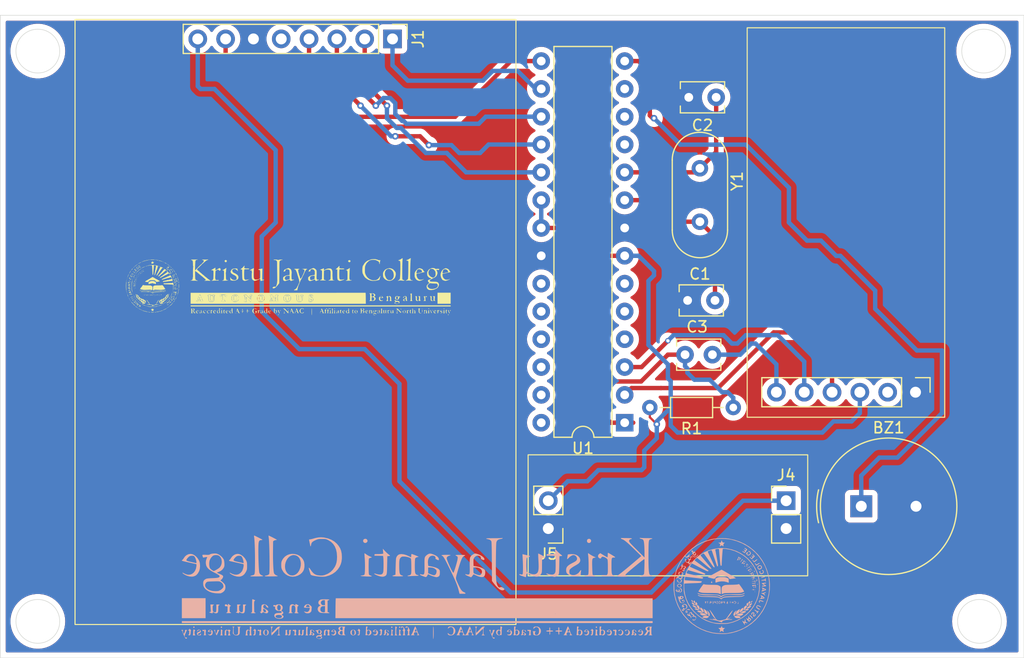
<source format=kicad_pcb>
(kicad_pcb (version 20240108) (generator "pcbnew") (generator_version "8.0")
  (layers (0 "F.Cu" signal) (31 "B.Cu" signal) (34 "B.Paste" user) (35 "F.Paste" user) (36 "B.SilkS" user "B.Silkscreen") (37 "F.SilkS" user "F.Silkscreen") (38 "B.Mask" user) (39 "F.Mask" user) (44 "Edge.Cuts" user))
  (net 0 "")
  (net 1 "GND")
  (net 2 "Net-(BZ1-+)")
  (net 3 "Net-(U1-XTAL1{slash}PB6)")
  (net 4 "Net-(U1-XTAL2{slash}PB7)")
  (net 5 "Net-(J2-Pin_6)")
  (net 6 "/RST")
  (net 7 "/MF-MOSI")
  (net 9 "+3.3V")
  (net 10 "/MF-SCK")
  (net 11 "/MF-RST")
  (net 12 "/MF-MISO")
  (net 13 "/MF-SDA")
  (net 15 "/Tx")
  (net 16 "/Rx")
  (net 17 "VCC")
  (footprint "Crystal:Crystal_HC49-4H_Vertical" (layer "F.Cu") (at 149.479 65.913 -90)
    (property "Reference" "Y1" (at 1.17 -3.398 90) (layer "F.SilkS"))
    (property "Value" "16MHz")
    (pad "1" thru_hole circle (at 0 0 270) (size 1.5 1.5) (drill 0.8) (layers "*.Cu" "*.Mask") (net 4 "Net-(U1-XTAL2{slash}PB7)"))
    (pad "2" thru_hole circle (at 4.88 0 270) (size 1.5 1.5) (drill 0.8) (layers "*.Cu" "*.Mask") (net 3 "Net-(U1-XTAL1{slash}PB6)"))
  )
  (footprint "Buzzer_Beeper:Buzzer_TDK_PS1240P02BT_D12.2mm_H6.5mm" (layer "F.Cu") (at 164.211 96.774)
    (property "Reference" "BZ1" (at 2.5 -7.17 0) (layer "F.SilkS"))
    (property "Value" "Buzzer")
    (pad "1" thru_hole rect (at 0 0) (size 2 2) (drill 1) (layers "*.Cu" "*.Mask") (net 2 "Net-(BZ1-+)"))
    (pad "2" thru_hole circle (at 5 0) (size 2 2) (drill 1) (layers "*.Cu" "*.Mask") (net 1 "GND"))
  )
  (footprint "Connector_PinHeader_2.54mm:PinHeader_1x08_P2.54mm_Vertical" (layer "F.Cu") (at 121.412 54.102 -90)
    (property "Reference" "J1" (at 0 -2.33 90) (layer "F.SilkS"))
    (property "Value" "MFRC522")
    (pad "1" thru_hole rect (at 0 0 270) (size 1.7 1.7) (drill 1) (layers "*.Cu" "*.Mask") (net 13 "/MF-SDA"))
    (pad "2" thru_hole oval (at 0 2.54 270) (size 1.7 1.7) (drill 1) (layers "*.Cu" "*.Mask") (net 10 "/MF-SCK"))
    (pad "3" thru_hole oval (at 0 5.08 270) (size 1.7 1.7) (drill 1) (layers "*.Cu" "*.Mask") (net 7 "/MF-MOSI"))
    (pad "4" thru_hole oval (at 0 7.62 270) (size 1.7 1.7) (drill 1) (layers "*.Cu" "*.Mask") (net 12 "/MF-MISO"))
    (pad "5" thru_hole oval (at 0 10.16 270) (size 1.7 1.7) (drill 1) (layers "*.Cu" "*.Mask"))
    (pad "6" thru_hole oval (at 0 12.7 270) (size 1.7 1.7) (drill 1) (layers "*.Cu" "*.Mask") (net 1 "GND"))
    (pad "7" thru_hole oval (at 0 15.24 270) (size 1.7 1.7) (drill 1) (layers "*.Cu" "*.Mask") (net 11 "/MF-RST"))
    (pad "8" thru_hole oval (at 0 17.78 270) (size 1.7 1.7) (drill 1) (layers "*.Cu" "*.Mask") (net 9 "+3.3V"))
  )
  (footprint "Package_DIP:DIP-28_W7.62mm" (layer "F.Cu") (at 142.611 89.144 180)
    (property "Reference" "U1" (at 3.81 -2.33 0) (layer "F.SilkS"))
    (property "Value" "ATmega328-P")
    (pad "1" thru_hole rect (at 0 0 180) (size 1.6 1.6) (drill 0.8) (layers "*.Cu" "*.Mask") (net 6 "/RST"))
    (pad "2" thru_hole oval (at 0 2.54 180) (size 1.6 1.6) (drill 0.8) (layers "*.Cu" "*.Mask") (net 16 "/Rx"))
    (pad "3" thru_hole oval (at 0 5.08 180) (size 1.6 1.6) (drill 0.8) (layers "*.Cu" "*.Mask") (net 15 "/Tx"))
    (pad "4" thru_hole oval (at 0 7.62 180) (size 1.6 1.6) (drill 0.8) (layers "*.Cu" "*.Mask"))
    (pad "5" thru_hole oval (at 0 10.16 180) (size 1.6 1.6) (drill 0.8) (layers "*.Cu" "*.Mask"))
    (pad "6" thru_hole oval (at 0 12.7 180) (size 1.6 1.6) (drill 0.8) (layers "*.Cu" "*.Mask"))
    (pad "7" thru_hole oval (at 0 15.24 180) (size 1.6 1.6) (drill 0.8) (layers "*.Cu" "*.Mask") (net 17 "VCC"))
    (pad "8" thru_hole oval (at 0 17.78 180) (size 1.6 1.6) (drill 0.8) (layers "*.Cu" "*.Mask") (net 1 "GND"))
    (pad "9" thru_hole oval (at 0 20.32 180) (size 1.6 1.6) (drill 0.8) (layers "*.Cu" "*.Mask") (net 3 "Net-(U1-XTAL1{slash}PB6)"))
    (pad "10" thru_hole oval (at 0 22.86 180) (size 1.6 1.6) (drill 0.8) (layers "*.Cu" "*.Mask") (net 4 "Net-(U1-XTAL2{slash}PB7)"))
    (pad "11" thru_hole oval (at 0 25.4 180) (size 1.6 1.6) (drill 0.8) (layers "*.Cu" "*.Mask"))
    (pad "12" thru_hole oval (at 0 27.94 180) (size 1.6 1.6) (drill 0.8) (layers "*.Cu" "*.Mask"))
    (pad "13" thru_hole oval (at 0 30.48 180) (size 1.6 1.6) (drill 0.8) (layers "*.Cu" "*.Mask"))
    (pad "14" thru_hole oval (at 0 33.02 180) (size 1.6 1.6) (drill 0.8) (layers "*.Cu" "*.Mask") (net 2 "Net-(BZ1-+)"))
    (pad "15" thru_hole oval (at 7.62 33.02 180) (size 1.6 1.6) (drill 0.8) (layers "*.Cu" "*.Mask") (net 11 "/MF-RST"))
    (pad "16" thru_hole oval (at 7.62 30.48 180) (size 1.6 1.6) (drill 0.8) (layers "*.Cu" "*.Mask") (net 13 "/MF-SDA"))
    (pad "17" thru_hole oval (at 7.62 27.94 180) (size 1.6 1.6) (drill 0.8) (layers "*.Cu" "*.Mask") (net 7 "/MF-MOSI"))
    (pad "18" thru_hole oval (at 7.62 25.4 180) (size 1.6 1.6) (drill 0.8) (layers "*.Cu" "*.Mask") (net 12 "/MF-MISO"))
    (pad "19" thru_hole oval (at 7.62 22.86 180) (size 1.6 1.6) (drill 0.8) (layers "*.Cu" "*.Mask") (net 10 "/MF-SCK"))
    (pad "20" thru_hole oval (at 7.62 20.32 180) (size 1.6 1.6) (drill 0.8) (layers "*.Cu" "*.Mask") (net 17 "VCC"))
    (pad "21" thru_hole oval (at 7.62 17.78 180) (size 1.6 1.6) (drill 0.8) (layers "*.Cu" "*.Mask") (net 17 "VCC"))
    (pad "22" thru_hole oval (at 7.62 15.24 180) (size 1.6 1.6) (drill 0.8) (layers "*.Cu" "*.Mask") (net 1 "GND"))
    (pad "23" thru_hole oval (at 7.62 12.7 180) (size 1.6 1.6) (drill 0.8) (layers "*.Cu" "*.Mask"))
    (pad "24" thru_hole oval (at 7.62 10.16 180) (size 1.6 1.6) (drill 0.8) (layers "*.Cu" "*.Mask"))
    (pad "25" thru_hole oval (at 7.62 7.62 180) (size 1.6 1.6) (drill 0.8) (layers "*.Cu" "*.Mask"))
    (pad "26" thru_hole oval (at 7.62 5.08 180) (size 1.6 1.6) (drill 0.8) (layers "*.Cu" "*.Mask"))
    (pad "27" thru_hole oval (at 7.62 2.54 180) (size 1.6 1.6) (drill 0.8) (layers "*.Cu" "*.Mask"))
    (pad "28" thru_hole oval (at 7.62 0 180) (size 1.6 1.6) (drill 0.8) (layers "*.Cu" "*.Mask"))
  )
  (footprint "Connector_PinHeader_2.54mm:PinHeader_1x02_P2.54mm_Vertical" (layer "F.Cu") (at 135.636 98.806 180)
    (property "Reference" "J5" (at 0 -2.33 0) (layer "F.SilkS"))
    (property "Value" "voltage_reg in")
    (pad "1" thru_hole rect (at 0 0 180) (size 1.7 1.7) (drill 1) (layers "*.Cu" "*.Mask") (net 1 "GND"))
    (pad "2" thru_hole oval (at 0 2.54 180) (size 1.7 1.7) (drill 1) (layers "*.Cu" "*.Mask") (net 17 "VCC"))
  )
  (footprint "kjc logo_kicad:KJC_LOGO" (layer "F.Cu") (at 111.887 76.708)
    (property "Reference" "G***" (hide yes))
    (property "Value" "LOGO" (hide yes))
  )
  (footprint "Capacitor_THT:C_Disc_D3.8mm_W2.6mm_P2.50mm" (layer "F.Cu") (at 150.963 59.436 180)
    (property "Reference" "C2" (at 1.25 -2.55 0) (layer "F.SilkS"))
    (property "Value" "22pF")
    (pad "1" thru_hole circle (at 0 0 180) (size 1.6 1.6) (drill 0.8) (layers "*.Cu" "*.Mask") (net 4 "Net-(U1-XTAL2{slash}PB7)"))
    (pad "2" thru_hole circle (at 2.5 0 180) (size 1.6 1.6) (drill 0.8) (layers "*.Cu" "*.Mask") (net 1 "GND"))
  )
  (footprint "Capacitor_THT:C_Disc_D3.8mm_W2.6mm_P2.50mm" (layer "F.Cu") (at 150.856 77.978 180)
    (property "Reference" "C1" (at 1.377 2.413 0) (layer "F.SilkS"))
    (property "Value" "22pF")
    (pad "1" thru_hole circle (at 0 0 180) (size 1.6 1.6) (drill 0.8) (layers "*.Cu" "*.Mask") (net 3 "Net-(U1-XTAL1{slash}PB6)"))
    (pad "2" thru_hole circle (at 2.5 0 180) (size 1.6 1.6) (drill 0.8) (layers "*.Cu" "*.Mask") (net 1 "GND"))
  )
  (footprint "Resistor_THT:R_Axial_DIN0204_L3.6mm_D1.6mm_P7.62mm_Horizontal" (layer "F.Cu") (at 152.527 87.757 180)
    (property "Reference" "R1" (at 3.81 -1.92 180) (layer "F.SilkS"))
    (property "Value" "10K")
    (pad "1" thru_hole circle (at 0 0 180) (size 1.4 1.4) (drill 0.7) (layers "*.Cu" "*.Mask") (net 6 "/RST"))
    (pad "2" thru_hole oval (at 7.62 0 180) (size 1.4 1.4) (drill 0.7) (layers "*.Cu" "*.Mask") (net 17 "VCC"))
  )
  (footprint "Capacitor_THT:C_Disc_D3.8mm_W2.6mm_P2.50mm" (layer "F.Cu") (at 148.122 82.931)
    (property "Reference" "C3" (at 1.103 -2.54 180) (layer "F.SilkS"))
    (property "Value" "0.1uF")
    (pad "1" thru_hole circle (at 0 0) (size 1.6 1.6) (drill 0.8) (layers "*.Cu" "*.Mask") (net 6 "/RST"))
    (pad "2" thru_hole circle (at 2.5 0) (size 1.6 1.6) (drill 0.8) (layers "*.Cu" "*.Mask") (net 5 "Net-(J2-Pin_6)"))
  )
  (footprint "Connector_PinHeader_2.54mm:PinHeader_1x02_P2.54mm_Vertical" (layer "F.Cu") (at 157.353 96.266)
    (property "Reference" "J4" (at 0 -2.33 0) (layer "F.SilkS"))
    (property "Value" "voltage_reg out")
    (pad "1" thru_hole rect (at 0 0) (size 1.7 1.7) (drill 1) (layers "*.Cu" "*.Mask") (net 9 "+3.3V"))
    (pad "2" thru_hole oval (at 0 2.54) (size 1.7 1.7) (drill 1) (layers "*.Cu" "*.Mask") (net 1 "GND"))
  )
  (footprint "Connector_PinHeader_2.54mm:PinHeader_1x06_P2.54mm_Vertical" (layer "F.Cu") (at 169.164 86.36 -90)
    (property "Reference" "J2" (hide yes))
    (property "Value" "USB to Serial")
    (pad "1" thru_hole rect (at 0 0 270) (size 1.7 1.7) (drill 1) (layers "*.Cu" "*.Mask") (net 1 "GND"))
    (pad "2" thru_hole oval (at 0 2.54 270) (size 1.7 1.7) (drill 1) (layers "*.Cu" "*.Mask"))
    (pad "3" thru_hole oval (at 0 5.08 270) (size 1.7 1.7) (drill 1) (layers "*.Cu" "*.Mask") (net 17 "VCC"))
    (pad "4" thru_hole oval (at 0 7.62 270) (size 1.7 1.7) (drill 1) (layers "*.Cu" "*.Mask") (net 16 "/Rx"))
    (pad "5" thru_hole oval (at 0 10.16 270) (size 1.7 1.7) (drill 1) (layers "*.Cu" "*.Mask") (net 15 "/Tx"))
    (pad "6" thru_hole oval (at 0 12.7 270) (size 1.7 1.7) (drill 1) (layers "*.Cu" "*.Mask") (net 5 "Net-(J2-Pin_6)"))
  )
  (footprint "kjc logo_kicad:kjc ultra2" (layer "B.Cu") (at 129.032 104.14 180)
    (property "Reference" "G***" (hide yes))
    (property "Value" "LOGO" (hide yes))
  )
  (gr_rect (start 92.424 52.324) (end 132.683 107.569) (stroke (width 0.1)) (fill none) (layer "F.SilkS"))
  (gr_rect (start 153.797 53.086) (end 171.831 88.646) (stroke (width 0.1)) (fill none) (layer "F.SilkS"))
  (gr_rect (start 133.7945 92.075) (end 159.3215 103.124) (stroke (width 0.1)) (fill none) (layer "F.SilkS"))
  (gr_circle (center 175.006 107.283) (end 177.006 107.283) (stroke (width 0.05)) (fill none) (layer "Edge.Cuts"))
  (gr_circle (center 89.027 55.213) (end 91.027 55.213) (stroke (width 0.05)) (fill none) (layer "Edge.Cuts"))
  (gr_circle (center 175.387 55.213) (end 177.387 55.213) (stroke (width 0.05)) (fill none) (layer "Edge.Cuts"))
  (gr_rect (start 85.598 51.943) (end 179.07 110.617) (stroke (width 0.05)) (fill none) (layer "Edge.Cuts"))
  (gr_circle (center 89.027 107.283) (end 91.027 107.283) (stroke (width 0.05)) (fill none) (layer "Edge.Cuts"))
  (segment (start 143.881 56.124) (end 144.272 56.515) (width 0.4) (layer "F.Cu") (net 2))
  (segment (start 144.907 61.087) (end 145.161 61.341) (width 0.4) (layer "F.Cu") (net 2))
  (segment (start 144.272 56.515) (end 144.907 57.15) (width 0.4) (layer "F.Cu") (net 2))
  (segment (start 142.611 56.124) (end 143.881 56.124) (width 0.4) (layer "F.Cu") (net 2))
  (segment (start 144.907 57.15) (end 144.907 61.087) (width 0.4) (layer "F.Cu") (net 2))
  (segment (start 145.161 61.341) (end 145.288 61.341) (width 0.4) (layer "F.Cu") (net 2))
  (via (at 145.288 61.341) (size 0.6) (drill 0.3) (layers "F.Cu" "B.Cu") (net 2))
  (segment (start 165.481 78.74) (end 169.291 82.55) (width 0.4) (layer "B.Cu") (net 2))
  (segment (start 159.258 72.517) (end 160.528 72.517) (width 0.4) (layer "B.Cu") (net 2))
  (segment (start 157.607 67.691) (end 157.607 70.866) (width 0.4) (layer "B.Cu") (net 2))
  (segment (start 157.607 70.866) (end 159.258 72.517) (width 0.4) (layer "B.Cu") (net 2))
  (segment (start 161.925 73.914) (end 162.306 73.914) (width 0.4) (layer "B.Cu") (net 2))
  (segment (start 164.211 93.98) (end 164.211 96.774) (width 0.4) (layer "B.Cu") (net 2))
  (segment (start 171.577 88.265) (end 167.513 92.329) (width 0.4) (layer "B.Cu") (net 2))
  (segment (start 165.862 92.329) (end 164.211 93.98) (width 0.4) (layer "B.Cu") (net 2))
  (segment (start 167.513 92.329) (end 165.862 92.329) (width 0.4) (layer "B.Cu") (net 2))
  (segment (start 162.306 73.914) (end 165.481 77.089) (width 0.4) (layer "B.Cu") (net 2))
  (segment (start 169.291 82.55) (end 171.577 82.55) (width 0.4) (layer "B.Cu") (net 2))
  (segment (start 147.701 63.754) (end 153.67 63.754) (width 0.4) (layer "B.Cu") (net 2))
  (segment (start 171.577 82.55) (end 171.577 88.265) (width 0.4) (layer "B.Cu") (net 2))
  (segment (start 145.288 61.341) (end 147.701 63.754) (width 0.4) (layer "B.Cu") (net 2))
  (segment (start 160.528 72.517) (end 161.925 73.914) (width 0.4) (layer "B.Cu") (net 2))
  (segment (start 153.67 63.754) (end 157.607 67.691) (width 0.4) (layer "B.Cu") (net 2))
  (segment (start 165.481 77.089) (end 165.481 78.74) (width 0.4) (layer "B.Cu") (net 2))
  (segment (start 144.907 71.247) (end 145.161 71.501) (width 0.4) (layer "F.Cu") (net 3))
  (segment (start 151.765 73.914) (end 150.856 74.823) (width 0.4) (layer "F.Cu") (net 3))
  (segment (start 147.32 71.501) (end 148.028 70.793) (width 0.4) (layer "F.Cu") (net 3))
  (segment (start 149.479 70.793) (end 151.765 73.079) (width 0.4) (layer "F.Cu") (net 3))
  (segment (start 144.907 69.723) (end 144.907 71.247) (width 0.4) (layer "F.Cu") (net 3))
  (segment (start 142.611 68.824) (end 144.008 68.824) (width 0.4) (layer "F.Cu") (net 3))
  (segment (start 150.856 74.823) (end 150.856 77.978) (width 0.4) (layer "F.Cu") (net 3))
  (segment (start 145.161 71.501) (end 147.32 71.501) (width 0.4) (layer "F.Cu") (net 3))
  (segment (start 148.028 70.793) (end 149.479 70.793) (width 0.4) (layer "F.Cu") (net 3))
  (segment (start 151.765 73.079) (end 151.765 73.914) (width 0.4) (layer "F.Cu") (net 3))
  (segment (start 144.008 68.824) (end 144.907 69.723) (width 0.4) (layer "F.Cu") (net 3))
  (segment (start 142.611 66.284) (end 149.108 66.284) (width 0.4) (layer "F.Cu") (net 4))
  (segment (start 149.108 66.284) (end 149.479 65.913) (width 0.4) (layer "F.Cu") (net 4))
  (segment (start 149.479 65.913) (end 150.963 64.429) (width 0.4) (layer "F.Cu") (net 4))
  (segment (start 150.963 64.429) (end 150.963 59.436) (width 0.4) (layer "F.Cu") (net 4))
  (segment (start 154.559 81.915) (end 154.178 81.915) (width 0.4) (layer "B.Cu") (net 5))
  (segment (start 153.162 82.931) (end 150.622 82.931) (width 0.4) (layer "B.Cu") (net 5))
  (segment (start 156.464 86.36) (end 156.464 83.82) (width 0.4) (layer "B.Cu") (net 5))
  (segment (start 156.464 83.82) (end 154.559 81.915) (width 0.4) (layer "B.Cu") (net 5))
  (segment (start 154.178 81.915) (end 153.162 82.931) (width 0.4) (layer "B.Cu") (net 5))
  (segment (start 144.11 85.379) (end 141.697 85.379) (width 0.4) (layer "F.Cu") (net 6))
  (segment (start 143.393 89.144) (end 142.611 89.144) (width 0.4) (layer "F.Cu") (net 6))
  (segment (start 141.697 85.379) (end 140.462 86.614) (width 0.4) (layer "F.Cu") (net 6))
  (segment (start 140.462 86.614) (end 140.462 88.265) (width 0.4) (layer "F.Cu") (net 6))
  (segment (start 148.122 82.931) (end 146.558 82.931) (width 0.4) (layer "F.Cu") (net 6))
  (segment (start 140.462 88.265) (end 141.341 89.144) (width 0.4) (layer "F.Cu") (net 6))
  (segment (start 146.558 82.931) (end 144.11 85.379) (width 0.4) (layer "F.Cu") (net 6))
  (segment (start 141.341 89.144) (end 142.611 89.144) (width 0.4) (layer "F.Cu") (net 6))
  (segment (start 151.511 86.36) (end 152.019 86.36) (width 0.4) (layer "B.Cu") (net 6))
  (segment (start 148.122 83.987) (end 148.336 84.201) (width 0.4) (layer "B.Cu") (net 6))
  (segment (start 150.368 85.217) (end 151.511 86.36) (width 0.4) (layer "B.Cu") (net 6))
  (segment (start 148.336 84.201) (end 148.336 84.582) (width 0.4) (layer "B.Cu") (net 6))
  (segment (start 148.971 85.217) (end 150.368 85.217) (width 0.4) (layer "B.Cu") (net 6))
  (segment (start 152.019 86.36) (end 152.527 86.868) (width 0.4) (layer "B.Cu") (net 6))
  (segment (start 148.122 82.931) (end 148.122 83.987) (width 0.4) (layer "B.Cu") (net 6))
  (segment (start 148.336 84.582) (end 148.971 85.217) (width 0.4) (layer "B.Cu") (net 6))
  (segment (start 152.527 86.868) (end 152.527 87.757) (width 0.4) (layer "B.Cu") (net 6))
  (segment (start 116.332 54.102) (end 116.332 56.642) (width 0.4) (layer "F.Cu") (net 7))
  (segment (start 116.332 56.642) (end 119.888 60.198) (width 0.4) (layer "F.Cu") (net 7))
  (via (at 119.888 60.198) (size 0.6) (drill 0.3) (layers "F.Cu" "B.Cu") (net 7))
  (segment (start 119.888 60.198) (end 120.588 59.498) (width 0.4) (layer "B.Cu") (net 7))
  (segment (start 120.588 59.498) (end 121.19395 59.498) (width 0.4) (layer "B.Cu") (net 7))
  (segment (start 121.666 60.96) (end 122.301 61.595) (width 0.4) (layer "B.Cu") (net 7))
  (segment (start 122.428 61.595) (end 122.682 61.849) (width 0.4) (layer "B.Cu") (net 7))
  (segment (start 121.666 59.97005) (end 121.666 60.96) (width 0.4) (layer "B.Cu") (net 7))
  (segment (start 129.931 61.204) (end 134.991 61.204) (width 0.4) (layer "B.Cu") (net 7))
  (segment (start 122.682 61.849) (end 129.286 61.849) (width 0.4) (layer "B.Cu") (net 7))
  (segment (start 129.286 61.849) (end 129.931 61.204) (width 0.4) (layer "B.Cu") (net 7))
  (segment (start 121.19395 59.498) (end 121.666 59.97005) (width 0.4) (layer "B.Cu") (net 7))
  (segment (start 122.301 61.595) (end 122.428 61.595) (width 0.4) (layer "B.Cu") (net 7))
  (segment (start 109.474 72.136) (end 110.744 70.866) (width 0.4) (layer "B.Cu") (net 9))
  (segment (start 103.886 58.674) (end 103.632 58.42) (width 0.4) (layer "B.Cu") (net 9))
  (segment (start 110.744 70.866) (end 110.744 64.262) (width 0.4) (layer "B.Cu") (net 9))
  (segment (start 118.872 82.423) (end 112.903 82.423) (width 0.4) (layer "B.Cu") (net 9))
  (segment (start 122.047 94.488) (end 122.047 85.598) (width 0.4) (layer "B.Cu") (net 9))
  (segment (start 153.416 96.266) (end 145.034 104.648) (width 0.4) (layer "B.Cu") (net 9))
  (segment (start 122.047 85.598) (end 118.872 82.423) (width 0.4) (layer "B.Cu") (net 9))
  (segment (start 132.207 104.648) (end 122.047 94.488) (width 0.4) (layer "B.Cu") (net 9))
  (segment (start 145.034 104.648) (end 132.207 104.648) (width 0.4) (layer "B.Cu") (net 9))
  (segment (start 110.744 64.262) (end 105.156 58.674) (width 0.4) (layer "B.Cu") (net 9))
  (segment (start 103.632 58.42) (end 103.632 54.102) (width 0.4) (layer "B.Cu") (net 9))
  (segment (start 153.416 96.266) (end 157.353 96.266) (width 0.4) (layer "B.Cu") (net 9))
  (segment (start 112.903 82.423) (end 109.474 78.994) (width 0.4) (layer "B.Cu") (net 9))
  (segment (start 109.474 78.994) (end 109.474 72.136) (width 0.4) (layer "B.Cu") (net 9))
  (segment (start 105.156 58.674) (end 103.886 58.674) (width 0.4) (layer "B.Cu") (net 9))
  (segment (start 118.872 58.166) (end 120.904 60.198) (width 0.4) (layer "F.Cu") (net 10))
  (segment (start 118.872 54.102) (end 118.872 58.166) (width 0.4) (layer "F.Cu") (net 10))
  (via (at 120.904 60.198) (size 0.6) (drill 0.3) (layers "F.Cu" "B.Cu") (net 10))
  (segment (start 124.46 64.516) (end 126.365 64.516) (width 0.4) (layer "B.Cu") (net 10))
  (segment (start 128.133 66.284) (end 134.991 66.284) (width 0.4) (layer "B.Cu") (net 10))
  (segment (start 120.904 60.198) (end 120.904 61.341) (width 0.4) (layer "B.Cu") (net 10))
  (segment (start 121.793 62.23) (end 122.174 62.23) (width 0.4) (layer "B.Cu") (net 10))
  (segment (start 122.174 62.23) (end 124.46 64.516) (width 0.4) (layer "B.Cu") (net 10))
  (segment (start 126.365 64.516) (end 128.133 66.284) (width 0.4) (layer "B.Cu") (net 10))
  (segment (start 120.904 61.341) (end 121.793 62.23) (width 0.4) (layer "B.Cu") (net 10))
  (segment (start 132.217 56.124) (end 127.127 61.214) (width 0.4) (layer "F.Cu") (net 11))
  (segment (start 107.696 58.547) (end 107.696 57.023) (width 0.4) (layer "F.Cu") (net 11))
  (segment (start 134.991 56.124) (end 132.217 56.124) (width 0.4) (layer "F.Cu") (net 11))
  (segment (start 106.426 56.134) (end 106.172 55.88) (width 0.4) (layer "F.Cu") (net 11))
  (segment (start 110.363 61.214) (end 107.696 58.547) (width 0.4) (layer "F.Cu") (net 11))
  (segment (start 127.127 61.214) (end 110.363 61.214) (width 0.4) (layer "F.Cu") (net 11))
  (segment (start 107.696 57.023) (end 106.807 56.134) (width 0.4) (layer "F.Cu") (net 11))
  (segment (start 106.807 56.134) (end 106.426 56.134) (width 0.4) (layer "F.Cu") (net 11))
  (segment (start 106.172 55.88) (end 106.172 54.102) (width 0.4) (layer "F.Cu") (net 11))
  (segment (start 113.792 55.499) (end 118.491 60.198) (width 0.4) (layer "F.Cu") (net 12))
  (segment (start 121.666 62.992) (end 123.92595 62.992) (width 0.4) (layer "F.Cu") (net 12))
  (segment (start 123.92595 62.992) (end 124.731975 63.798025) (width 0.4) (layer "F.Cu") (net 12))
  (segment (start 113.792 54.102) (end 113.792 55.499) (width 0.4) (layer "F.Cu") (net 12))
  (via (at 121.666 62.992) (size 0.6) (drill 0.3) (layers "F.Cu" "B.Cu") (net 12))
  (via (at 124.731975 63.798025) (size 0.6) (drill 0.3) (layers "F.Cu" "B.Cu") (net 12))
  (via (at 118.491 60.198) (size 0.6) (drill 0.3) (layers "F.Cu" "B.Cu") (net 12))
  (segment (start 126.790025 63.798025) (end 127.508 64.516) (width 0.4) (layer "B.Cu") (net 12))
  (segment (start 130.185 63.744) (end 134.991 63.744) (width 0.4) (layer "B.Cu") (net 12))
  (segment (start 118.491 60.198) (end 121.285 62.992) (width 0.4) (layer "B.Cu") (net 12))
  (segment (start 124.731975 63.798025) (end 126.790025 63.798025) (width 0.4) (layer "B.Cu") (net 12))
  (segment (start 129.413 64.516) (end 130.185 63.744) (width 0.4) (layer "B.Cu") (net 12))
  (segment (start 121.285 62.992) (end 121.666 62.992) (width 0.4) (layer "B.Cu") (net 12))
  (segment (start 127.508 64.516) (end 129.413 64.516) (width 0.4) (layer "B.Cu") (net 12))
  (segment (start 130.556 57.023) (end 132.842 57.023) (width 0.4) (layer "B.Cu") (net 13))
  (segment (start 121.412 54.102) (end 121.412 56.515) (width 0.4) (layer "B.Cu") (net 13))
  (segment (start 129.667 57.912) (end 130.556 57.023) (width 0.4) (layer "B.Cu") (net 13))
  (segment (start 132.842 57.023) (end 134.483 58.664) (width 0.4) (layer "B.Cu") (net 13))
  (segment (start 134.483 58.664) (end 134.991 58.664) (width 0.4) (layer "B.Cu") (net 13))
  (segment (start 121.412 56.515) (end 122.809 57.912) (width 0.4) (layer "B.Cu") (net 13))
  (segment (start 122.809 57.912) (end 129.667 57.912) (width 0.4) (layer "B.Cu") (net 13))
  (segment (start 144.155 84.064) (end 142.611 84.064) (width 0.4) (layer "F.Cu") (net 15))
  (segment (start 146.558 81.661) (end 144.155 84.064) (width 0.4) (layer "F.Cu") (net 15))
  (via (at 146.558 81.661) (size 0.5) (drill 0.3) (layers "F.Cu" "B.Cu") (net 15))
  (segment (start 147.066 81.153) (end 146.558 81.661) (width 0.4) (layer "B.Cu") (net 15))
  (segment (start 156.591 81.153) (end 153.67 81.153) (width 0.4) (layer "B.Cu") (net 15))
  (segment (start 159.004 86.36) (end 159.004 83.566) (width 0.4) (layer "B.Cu") (net 15))
  (segment (start 159.004 83.566) (end 158.369 82.931) (width 0.4) (layer "B.Cu") (net 15))
  (segment (start 152.908 81.915) (end 152.527 81.915) (width 0.4) (layer "B.Cu") (net 15))
  (segment (start 152.527 81.915) (end 152.4 81.915) (width 0.4) (layer "B.Cu") (net 15))
  (segment (start 151.638 81.153) (end 147.066 81.153) (width 0.4) (layer "B.Cu") (net 15))
  (segment (start 158.369 82.931) (end 156.591 81.153) (width 0.4) (layer "B.Cu") (net 15))
  (segment (start 153.67 81.153) (end 152.908 81.915) (width 0.4) (layer "B.Cu") (net 15))
  (segment (start 152.4 81.915) (end 151.638 81.153) (width 0.4) (layer "B.Cu") (net 15))
  (segment (start 151.13 85.979) (end 145.923 85.979) (width 0.4) (layer "F.Cu") (net 16))
  (segment (start 145.923 85.979) (end 143.236 85.979) (width 0.4) (layer "F.Cu") (net 16))
  (segment (start 161.544 83.185) (end 159.258 80.899) (width 0.4) (layer "F.Cu") (net 16))
  (segment (start 161.544 86.36) (end 161.544 83.185) (width 0.4) (layer "F.Cu") (net 16))
  (segment (start 156.21 80.899) (end 151.13 85.979) (width 0.4) (layer "F.Cu") (net 16))
  (segment (start 143.236 85.979) (end 142.611 86.604) (width 0.4) (layer "F.Cu") (net 16))
  (segment (start 159.258 80.899) (end 156.21 80.899) (width 0.4) (layer "F.Cu") (net 16))
  (segment (start 137.404 71.364) (end 134.991 71.364) (width 0.4) (layer "F.Cu") (net 17))
  (segment (start 142.611 73.904) (end 139.944 73.904) (width 0.4) (layer "F.Cu") (net 17))
  (segment (start 139.944 73.904) (end 137.404 71.364) (width 0.4) (layer "F.Cu") (net 17))
  (segment (start 144.907 88.646) (end 145.542 89.281) (width 0.2) (layer "F.Cu") (net 17))
  (segment (start 144.907 87.757) (end 144.907 88.646) (width 0.2) (layer "F.Cu") (net 17))
  (via (at 145.542 89.281) (size 0.6) (drill 0.3) (layers "F.Cu" "B.Cu") (net 17))
  (segment (start 144.399 93.218) (end 144.145 93.472) (width 0.4) (layer "B.Cu") (net 17))
  (segment (start 140.208 93.472) (end 139.192 94.488) (width 0.4) (layer "B.Cu") (net 17))
  (segment (start 163.322 89.027) (end 164.084 88.265) (width 0.4) (layer "B.Cu") (net 17))
  (segment (start 146.812 89.408) (end 147.447 90.043) (width 0.4) (layer "B.Cu") (net 17))
  (segment (start 137.414 94.488) (end 135.636 96.266) (width 0.4) (layer "B.Cu") (net 17))
  (segment (start 143.881 73.904) (end 145.288 75.311) (width 0.4) (layer "B.Cu") (net 17))
  (segment (start 145.542 89.281) (end 145.542 90.551) (width 0.4) (layer "B.Cu") (net 17))
  (segment (start 139.192 94.488) (end 137.414 94.488) (width 0.4) (layer "B.Cu") (net 17))
  (segment (start 146.558 85.09) (end 146.812 85.344) (width 0.4) (layer "B.Cu") (net 17))
  (segment (start 160.655 90.043) (end 161.671 89.027) (width 0.4) (layer "B.Cu") (net 17))
  (segment (start 144.78 76.2) (end 144.78 82.042) (width 0.4) (layer "B.Cu") (net 17))
  (segment (start 147.447 90.043) (end 160.655 90.043) (width 0.4) (layer "B.Cu") (net 17))
  (segment (start 146.812 87.757) (end 145.542 89.027) (width 0.4) (layer "B.Cu") (net 17))
  (segment (start 144.145 93.472) (end 140.208 93.472) (width 0.4) (layer "B.Cu") (net 17))
  (segment (start 134.991 71.364) (end 134.991 68.824) (width 0.4) (layer "B.Cu") (net 17))
  (segment (start 161.671 89.027) (end 163.322 89.027) (width 0.4) (layer "B.Cu") (net 17))
  (segment (start 144.399 91.694) (end 144.399 93.218) (width 0.4) (layer "B.Cu") (net 17))
  (segment (start 146.558 83.82) (end 146.558 85.09) (width 0.4) (layer "B.Cu") (net 17))
  (segment (start 145.542 89.027) (end 145.542 89.281) (width 0.4) (layer "B.Cu") (net 17))
  (segment (start 145.288 75.692) (end 144.78 76.2) (width 0.4) (layer "B.Cu") (net 17))
  (segment (start 145.288 75.311) (end 145.288 75.692) (width 0.4) (layer "B.Cu") (net 17))
  (segment (start 145.542 90.551) (end 144.399 91.694) (width 0.4) (layer "B.Cu") (net 17))
  (segment (start 164.084 88.265) (end 164.084 86.36) (width 0.4) (layer "B.Cu") (net 17))
  (segment (start 144.78 82.042) (end 146.558 83.82) (width 0.4) (layer "B.Cu") (net 17))
  (segment (start 146.812 85.344) (end 146.812 87.757) (width 0.4) (layer "B.Cu") (net 17))
  (segment (start 146.812 87.757) (end 146.812 89.408) (width 0.4) (layer "B.Cu") (net 17))
  (segment (start 142.611 73.904) (end 143.881 73.904) (width 0.4) (layer "B.Cu") (net 17))
  (zone (net 1) (net_name "GND") (layer "F.Cu") (connect_pads yes (clearance 0.5)) (min_thickness 0.25) (fill yes (thermal_gap 0.5) (thermal_bridge_width 0.5))
    (polygon (pts (xy 85.598 51.943) (xy 85.598 110.617) (xy 179.07 110.617) (xy 179.07 51.943)))
  )
  (zone (net 1) (net_name "GND") (layer "B.Cu") (priority 1) (connect_pads yes (clearance 0.5)) (min_thickness 0.25) (fill yes (thermal_gap 0.5) (thermal_bridge_width 0.5))
    (polygon (pts (xy 85.598 51.943) (xy 85.598 110.617) (xy 179.07 110.617) (xy 179.07 51.943)))
  )
)
</source>
